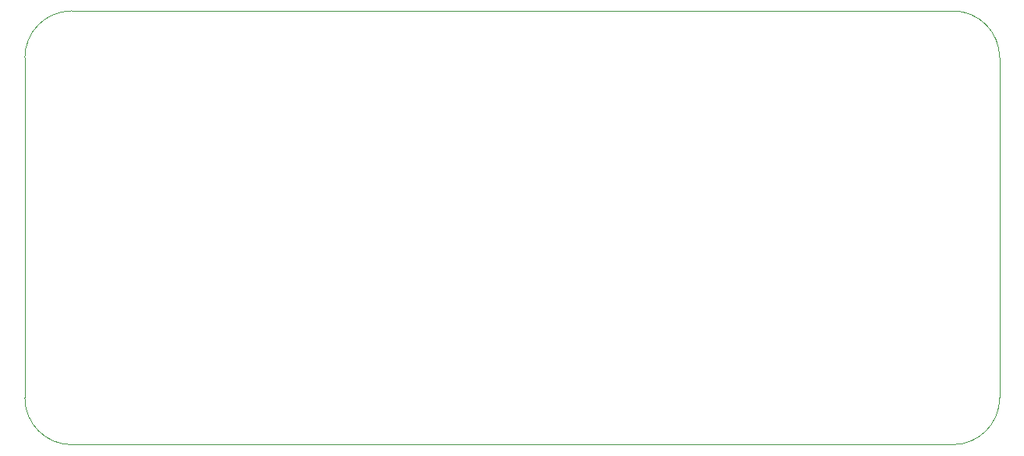
<source format=gbr>
%TF.GenerationSoftware,KiCad,Pcbnew,7.0.7*%
%TF.CreationDate,2024-03-26T15:49:53-05:00*%
%TF.ProjectId,InstrumentsBoard,496e7374-7275-46d6-956e-7473426f6172,rev?*%
%TF.SameCoordinates,Original*%
%TF.FileFunction,Profile,NP*%
%FSLAX46Y46*%
G04 Gerber Fmt 4.6, Leading zero omitted, Abs format (unit mm)*
G04 Created by KiCad (PCBNEW 7.0.7) date 2024-03-26 15:49:53*
%MOMM*%
%LPD*%
G01*
G04 APERTURE LIST*
%TA.AperFunction,Profile*%
%ADD10C,0.100000*%
%TD*%
G04 APERTURE END LIST*
D10*
X23876000Y-68834000D02*
G75*
G03*
X28956000Y-73914000I5080000J0D01*
G01*
X129540000Y-31877000D02*
X129540000Y-68834000D01*
X124460000Y-26797000D02*
X28956000Y-26797000D01*
X23876000Y-68834000D02*
X23876000Y-31877000D01*
X124460000Y-73914000D02*
G75*
G03*
X129540000Y-68834000I0J5080000D01*
G01*
X129540000Y-31877000D02*
G75*
G03*
X124460000Y-26797000I-5080000J0D01*
G01*
X28956000Y-26797000D02*
G75*
G03*
X23876000Y-31877000I0J-5080000D01*
G01*
X124460000Y-73914000D02*
X28956000Y-73914000D01*
M02*

</source>
